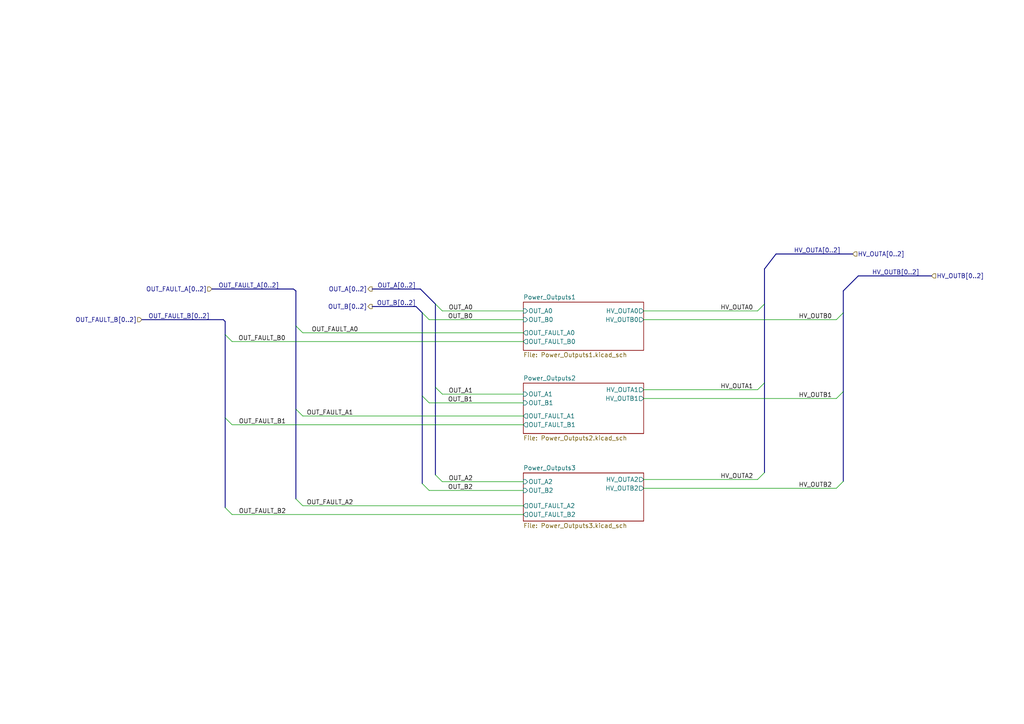
<source format=kicad_sch>
(kicad_sch
	(version 20250114)
	(generator "eeschema")
	(generator_version "9.0")
	(uuid "62d3388c-598a-4e55-a441-4f443d11be5c")
	(paper "User" 297.002 210.007)
	(title_block
		(title "Power Output Driver")
	)
	(lib_symbols)
	(bus_entry
		(at 221.71 88.17)
		(size -2 2)
		(stroke
			(width 0)
			(type default)
		)
		(uuid "010cfedf-234f-4cd9-805d-eda97f4fbaa8")
	)
	(bus_entry
		(at 85.808 94.52)
		(size 2 2)
		(stroke
			(width 0)
			(type default)
		)
		(uuid "0e62f356-9aca-4e3b-a1f0-4c266286e357")
	)
	(bus_entry
		(at 126.27 88.17)
		(size 2 2)
		(stroke
			(width 0)
			(type default)
		)
		(uuid "1602ecc5-e77b-40e5-bc02-fa89f2ddce06")
	)
	(bus_entry
		(at 221.71 137.065)
		(size -2 2)
		(stroke
			(width 0)
			(type default)
		)
		(uuid "1d4d6dc3-777c-4168-922b-0a7c19b06ec7")
	)
	(bus_entry
		(at 126.27 112.3)
		(size 2 2)
		(stroke
			(width 0)
			(type default)
		)
		(uuid "3f65c4f1-0cf0-4e97-8979-739f381a4b86")
	)
	(bus_entry
		(at 65.31 147.225)
		(size 2 2)
		(stroke
			(width 0)
			(type default)
		)
		(uuid "54e28f55-96da-4fc2-8a89-0476fabf69b2")
	)
	(bus_entry
		(at 122.46 90.71)
		(size 2 2)
		(stroke
			(width 0)
			(type default)
		)
		(uuid "5c5dc59c-adb0-4872-8e01-cb7f2e787675")
	)
	(bus_entry
		(at 122.46 114.84)
		(size 2 2)
		(stroke
			(width 0)
			(type default)
		)
		(uuid "7673c987-213c-4c32-a422-e8d587b3d953")
	)
	(bus_entry
		(at 244.57 113.57)
		(size -2 2)
		(stroke
			(width 0)
			(type default)
		)
		(uuid "78c095b9-d11b-45e9-8011-1291c63fa790")
	)
	(bus_entry
		(at 122.46 140.24)
		(size 2 2)
		(stroke
			(width 0)
			(type default)
		)
		(uuid "8891eea5-5824-4ff3-8cf6-a0222e300300")
	)
	(bus_entry
		(at 65.31 121.19)
		(size 2 2)
		(stroke
			(width 0)
			(type default)
		)
		(uuid "a4455404-97ce-4db9-8983-2bd9f306228e")
	)
	(bus_entry
		(at 221.71 111.03)
		(size -2 2)
		(stroke
			(width 0)
			(type default)
		)
		(uuid "a8a39e3c-7a4b-46f3-81ea-1704e69f440b")
	)
	(bus_entry
		(at 85.808 144.685)
		(size 2 2)
		(stroke
			(width 0)
			(type default)
		)
		(uuid "bca4078a-0419-4ff7-909a-748f1eae0661")
	)
	(bus_entry
		(at 85.808 118.65)
		(size 2 2)
		(stroke
			(width 0)
			(type default)
		)
		(uuid "be753068-09bc-422e-a083-a421c8e247a1")
	)
	(bus_entry
		(at 126.27 137.7)
		(size 2 2)
		(stroke
			(width 0)
			(type default)
		)
		(uuid "cd1bf6ff-8b33-40d5-b442-ecca132368b0")
	)
	(bus_entry
		(at 244.57 139.605)
		(size -2 2)
		(stroke
			(width 0)
			(type default)
		)
		(uuid "d85c18b6-e45b-4093-8c9e-6ed8404d51c8")
	)
	(bus_entry
		(at 65.31 97.06)
		(size 2 2)
		(stroke
			(width 0)
			(type default)
		)
		(uuid "d9f9b88e-956c-44bc-b75e-2e065da8365d")
	)
	(bus_entry
		(at 244.57 90.71)
		(size -2 2)
		(stroke
			(width 0)
			(type default)
		)
		(uuid "f273853e-e73e-4d63-9929-9826d17e4507")
	)
	(bus
		(pts
			(xy 221.71 78.01) (xy 221.71 88.17)
		)
		(stroke
			(width 0.254)
			(type default)
		)
		(uuid "0202bcad-1c61-4f8c-8a9d-99ea6e62c809")
	)
	(bus
		(pts
			(xy 122.46 114.84) (xy 122.46 90.71)
		)
		(stroke
			(width 0.254)
			(type default)
		)
		(uuid "09cde2cb-5144-4c75-b644-0ba46a203603")
	)
	(bus
		(pts
			(xy 244.57 90.71) (xy 244.57 113.57)
		)
		(stroke
			(width 0.254)
			(type default)
		)
		(uuid "0c1edbb9-4f56-4451-818e-59e738faebf1")
	)
	(wire
		(pts
			(xy 186.69 90.17) (xy 219.71 90.17)
		)
		(stroke
			(width 0)
			(type default)
		)
		(uuid "0fc3b84d-98f7-46e5-be0c-65539ec816a9")
	)
	(wire
		(pts
			(xy 87.808 120.65) (xy 151.765 120.65)
		)
		(stroke
			(width 0)
			(type default)
		)
		(uuid "185eaec4-e9b9-4026-9dc3-83070d034e87")
	)
	(wire
		(pts
			(xy 87.808 146.685) (xy 151.765 146.685)
		)
		(stroke
			(width 0)
			(type default)
		)
		(uuid "1f38a158-f760-4f94-b190-bcc1dcd97071")
	)
	(wire
		(pts
			(xy 124.46 142.24) (xy 151.765 142.24)
		)
		(stroke
			(width 0)
			(type default)
		)
		(uuid "1f52762a-b7ea-49d3-b108-59b9a8f7ed0a")
	)
	(wire
		(pts
			(xy 67.31 149.225) (xy 151.765 149.225)
		)
		(stroke
			(width 0)
			(type default)
		)
		(uuid "2301f91d-400b-4902-be39-615a192ac8cb")
	)
	(bus
		(pts
			(xy 244.57 84.36) (xy 244.57 90.71)
		)
		(stroke
			(width 0.254)
			(type default)
		)
		(uuid "263cff10-57cd-4620-a48a-b04dec264951")
	)
	(bus
		(pts
			(xy 225.054 73.66) (xy 221.71 78.01)
		)
		(stroke
			(width 0.254)
			(type default)
		)
		(uuid "2a698d8b-3992-41e6-b4a4-b5f6ca98210c")
	)
	(bus
		(pts
			(xy 121.92 83.82) (xy 107.95 83.82)
		)
		(stroke
			(width 0.254)
			(type default)
		)
		(uuid "2c62d171-c75d-4168-a28a-4274504d52ef")
	)
	(wire
		(pts
			(xy 128.27 114.3) (xy 151.765 114.3)
		)
		(stroke
			(width 0)
			(type default)
		)
		(uuid "30e2ae57-465f-460f-a197-b8a81ee1259c")
	)
	(bus
		(pts
			(xy 120.65 88.9) (xy 107.95 88.9)
		)
		(stroke
			(width 0.254)
			(type default)
		)
		(uuid "31613a75-1206-43e5-9408-ec5613436ff1")
	)
	(wire
		(pts
			(xy 151.765 92.71) (xy 124.46 92.71)
		)
		(stroke
			(width 0)
			(type default)
		)
		(uuid "3845bfe3-8615-44df-9431-83a28760db1f")
	)
	(bus
		(pts
			(xy 85.09 83.82) (xy 61.475 83.82)
		)
		(stroke
			(width 0.254)
			(type default)
		)
		(uuid "388d7b50-2b7b-438b-a041-766d29cb321f")
	)
	(wire
		(pts
			(xy 186.69 92.71) (xy 242.57 92.71)
		)
		(stroke
			(width 0)
			(type default)
		)
		(uuid "42ab874e-1317-4c04-8e60-977ed9dca757")
	)
	(bus
		(pts
			(xy 65.31 97.06) (xy 65.31 93.25)
		)
		(stroke
			(width 0.254)
			(type default)
		)
		(uuid "4dce8ce6-986b-4b36-814b-2d577e246ba5")
	)
	(bus
		(pts
			(xy 221.71 111.03) (xy 221.71 137.065)
		)
		(stroke
			(width 0.254)
			(type default)
		)
		(uuid "5b0d9270-ebca-452d-874c-cbf521b99788")
	)
	(bus
		(pts
			(xy 65.31 121.19) (xy 65.31 97.06)
		)
		(stroke
			(width 0.254)
			(type default)
		)
		(uuid "5bcc5181-e47b-4293-aae9-4d954a76c75b")
	)
	(bus
		(pts
			(xy 221.71 88.17) (xy 221.71 111.03)
		)
		(stroke
			(width 0.254)
			(type default)
		)
		(uuid "6b580490-4849-4bab-96e4-1e3f3cb761e3")
	)
	(bus
		(pts
			(xy 126.27 137.7) (xy 126.27 112.3)
		)
		(stroke
			(width 0.254)
			(type default)
		)
		(uuid "7220d388-083c-4790-86a4-de835f51a87c")
	)
	(wire
		(pts
			(xy 87.808 96.52) (xy 151.765 96.52)
		)
		(stroke
			(width 0)
			(type default)
		)
		(uuid "73b69201-86e9-45e7-b710-b719e97816ac")
	)
	(wire
		(pts
			(xy 151.765 90.17) (xy 128.27 90.17)
		)
		(stroke
			(width 0)
			(type default)
		)
		(uuid "7c5ad13d-e37b-43c0-a513-83e88d96ab01")
	)
	(bus
		(pts
			(xy 126.27 112.3) (xy 126.27 88.17)
		)
		(stroke
			(width 0.254)
			(type default)
		)
		(uuid "7fcf735f-627f-4db3-84bd-cbbfb9f7f102")
	)
	(bus
		(pts
			(xy 85.808 84.36) (xy 85.09 83.82)
		)
		(stroke
			(width 0.254)
			(type default)
		)
		(uuid "84d627b7-fb88-4b30-bad2-5e3ccc40850a")
	)
	(bus
		(pts
			(xy 65.31 93.25) (xy 64.77 92.71)
		)
		(stroke
			(width 0.254)
			(type default)
		)
		(uuid "90af7b5b-9faa-43d8-a88d-8690abc3c922")
	)
	(wire
		(pts
			(xy 186.69 139.065) (xy 219.71 139.065)
		)
		(stroke
			(width 0)
			(type default)
		)
		(uuid "93b077fd-798c-4ff6-a660-f52e6fd1f43b")
	)
	(bus
		(pts
			(xy 85.808 144.685) (xy 85.808 118.65)
		)
		(stroke
			(width 0.254)
			(type default)
		)
		(uuid "93b3d771-9950-4ef9-955d-72ee6aeee9cb")
	)
	(wire
		(pts
			(xy 186.69 113.03) (xy 219.71 113.03)
		)
		(stroke
			(width 0)
			(type default)
		)
		(uuid "9c5ea07d-f2da-43f4-ac07-34a6261e542e")
	)
	(wire
		(pts
			(xy 67.31 99.06) (xy 151.765 99.06)
		)
		(stroke
			(width 0)
			(type default)
		)
		(uuid "9d5365d6-95da-448d-891f-1d872b037ead")
	)
	(bus
		(pts
			(xy 270.139 80.01) (xy 248.92 80.01)
		)
		(stroke
			(width 0.254)
			(type default)
		)
		(uuid "9d600099-d13f-4351-ba62-17f36d9efd3a")
	)
	(bus
		(pts
			(xy 244.57 113.57) (xy 244.57 139.605)
		)
		(stroke
			(width 0.254)
			(type default)
		)
		(uuid "9d984d67-5312-411f-80c5-f0fc6037d11b")
	)
	(wire
		(pts
			(xy 186.69 115.57) (xy 242.57 115.57)
		)
		(stroke
			(width 0)
			(type default)
		)
		(uuid "a193f379-0569-4b10-ae5d-59e6f84c3981")
	)
	(bus
		(pts
			(xy 126.27 88.17) (xy 121.92 83.82)
		)
		(stroke
			(width 0.254)
			(type default)
		)
		(uuid "a735d722-b4a8-4034-9ab6-1a8b78c236a4")
	)
	(bus
		(pts
			(xy 65.31 147.225) (xy 65.31 121.19)
		)
		(stroke
			(width 0.254)
			(type default)
		)
		(uuid "a7864059-4f6d-466d-a390-46deb1b3de1b")
	)
	(bus
		(pts
			(xy 247.279 73.66) (xy 225.054 73.66)
		)
		(stroke
			(width 0.254)
			(type default)
		)
		(uuid "afd23788-a245-4bef-b61f-a4072924c11c")
	)
	(bus
		(pts
			(xy 122.46 140.24) (xy 122.46 114.84)
		)
		(stroke
			(width 0.254)
			(type default)
		)
		(uuid "b49eb080-9f2d-483f-8556-23e8e2a99f1d")
	)
	(wire
		(pts
			(xy 186.69 141.605) (xy 242.57 141.605)
		)
		(stroke
			(width 0)
			(type default)
		)
		(uuid "bce728e4-e460-4946-9545-3f09cdfe70f4")
	)
	(bus
		(pts
			(xy 122.46 90.71) (xy 120.65 88.9)
		)
		(stroke
			(width 0.254)
			(type default)
		)
		(uuid "bf8ab737-7233-4bc2-93bd-b72bfdb169b1")
	)
	(bus
		(pts
			(xy 85.808 94.52) (xy 85.808 84.36)
		)
		(stroke
			(width 0.254)
			(type default)
		)
		(uuid "c9c02de8-a096-4460-af1e-c212da0ee7a6")
	)
	(bus
		(pts
			(xy 248.92 80.01) (xy 244.57 84.36)
		)
		(stroke
			(width 0.254)
			(type default)
		)
		(uuid "cf54d70b-2b41-432d-be41-68c65f447b86")
	)
	(wire
		(pts
			(xy 67.31 123.19) (xy 151.765 123.19)
		)
		(stroke
			(width 0)
			(type default)
		)
		(uuid "d015bc81-4972-43dd-af6d-1dd2c198cc82")
	)
	(bus
		(pts
			(xy 64.77 92.71) (xy 41.155 92.71)
		)
		(stroke
			(width 0.254)
			(type default)
		)
		(uuid "f8053b22-ff38-4bec-9ca1-af961bf08e80")
	)
	(bus
		(pts
			(xy 85.808 118.65) (xy 85.808 94.52)
		)
		(stroke
			(width 0.254)
			(type default)
		)
		(uuid "f879a086-4156-4004-bfdf-b5354ed63f57")
	)
	(wire
		(pts
			(xy 124.46 116.84) (xy 151.765 116.84)
		)
		(stroke
			(width 0)
			(type default)
		)
		(uuid "fabb871c-34f3-4fba-91dc-d630da1993e6")
	)
	(wire
		(pts
			(xy 128.27 139.7) (xy 151.765 139.7)
		)
		(stroke
			(width 0)
			(type default)
		)
		(uuid "fd79e65c-5f3a-4c6a-ae7a-6b15c76a35a5")
	)
	(label "OUT_A0"
		(at 137.16 90.17 180)
		(effects
			(font
				(size 1.27 1.27)
			)
			(justify right bottom)
		)
		(uuid "02f7d6f6-6fe8-4989-b029-de45694fe5c9")
	)
	(label "OUT_A[0..2]"
		(at 120.65 83.82 180)
		(effects
			(font
				(size 1.27 1.27)
			)
			(justify right bottom)
		)
		(uuid "0bbb6204-1f98-4a5d-8741-dca526b4330a")
	)
	(label "HV_OUTA2"
		(at 218.44 139.065 180)
		(effects
			(font
				(size 1.27 1.27)
			)
			(justify right bottom)
		)
		(uuid "0ea8da08-5281-4ee5-998b-b0e55c645edf")
	)
	(label "HV_OUTB0"
		(at 241.3 92.71 180)
		(effects
			(font
				(size 1.27 1.27)
			)
			(justify right bottom)
		)
		(uuid "1c2c467d-355c-4428-9fc4-7cbff57e7be6")
	)
	(label "OUT_FAULT_A0"
		(at 90.348 96.52 0)
		(effects
			(font
				(size 1.27 1.27)
			)
			(justify left bottom)
		)
		(uuid "20982bcc-0471-4082-a227-e9b74d0386c1")
	)
	(label "HV_OUTA0"
		(at 218.44 90.17 180)
		(effects
			(font
				(size 1.27 1.27)
			)
			(justify right bottom)
		)
		(uuid "20b4c138-e12c-4784-be5c-0f4dcf26ad45")
	)
	(label "OUT_A1"
		(at 137.16 114.3 180)
		(effects
			(font
				(size 1.27 1.27)
			)
			(justify right bottom)
		)
		(uuid "306667c5-2e94-4c9c-8f30-83854f5ea049")
	)
	(label "OUT_FAULT_A[0..2]"
		(at 63.322 83.82 0)
		(effects
			(font
				(size 1.27 1.27)
			)
			(justify left bottom)
		)
		(uuid "308bac7b-e611-4091-b07f-510ef751c06e")
	)
	(label "OUT_FAULT_B1"
		(at 69.215 123.19 0)
		(effects
			(font
				(size 1.27 1.27)
			)
			(justify left bottom)
		)
		(uuid "4397721b-7ab9-4874-8992-7c068546eb0d")
	)
	(label "HV_OUTB[0..2]"
		(at 266.7 80.01 180)
		(effects
			(font
				(size 1.27 1.27)
			)
			(justify right bottom)
		)
		(uuid "5320f8c9-b3d9-477e-8465-7e083d411282")
	)
	(label "OUT_FAULT_A1"
		(at 88.9 120.65 0)
		(effects
			(font
				(size 1.27 1.27)
			)
			(justify left bottom)
		)
		(uuid "5eac333c-aca1-40be-81b2-8b1535e36a5a")
	)
	(label "HV_OUTB2"
		(at 241.3 141.605 180)
		(effects
			(font
				(size 1.27 1.27)
			)
			(justify right bottom)
		)
		(uuid "6a3ce47f-b75a-4e40-aae5-94f168659a53")
	)
	(label "HV_OUTA1"
		(at 218.44 113.03 180)
		(effects
			(font
				(size 1.27 1.27)
			)
			(justify right bottom)
		)
		(uuid "71eac804-0f49-441d-801e-b703733e1ed0")
	)
	(label "OUT_A2"
		(at 137.16 139.7 180)
		(effects
			(font
				(size 1.27 1.27)
			)
			(justify right bottom)
		)
		(uuid "7839df79-d1f7-4e3a-90d3-9bc10d407383")
	)
	(label "OUT_B1"
		(at 137.16 116.84 180)
		(effects
			(font
				(size 1.27 1.27)
			)
			(justify right bottom)
		)
		(uuid "8b3e9a99-2932-4534-953c-5aa0365e7e81")
	)
	(label "OUT_B2"
		(at 137.16 142.24 180)
		(effects
			(font
				(size 1.27 1.27)
			)
			(justify right bottom)
		)
		(uuid "96522abb-1d4b-4a6d-a305-24e050b33822")
	)
	(label "OUT_B[0..2]"
		(at 120.65 88.9 180)
		(effects
			(font
				(size 1.27 1.27)
			)
			(justify right bottom)
		)
		(uuid "afbbfa80-a95f-49ee-be94-ec1663bfc3f7")
	)
	(label "OUT_FAULT_B[0..2]"
		(at 43.002 92.71 0)
		(effects
			(font
				(size 1.27 1.27)
			)
			(justify left bottom)
		)
		(uuid "bb7a39ca-967e-4e71-882d-f88ecac65f4d")
	)
	(label "OUT_FAULT_B2"
		(at 69.215 149.225 0)
		(effects
			(font
				(size 1.27 1.27)
			)
			(justify left bottom)
		)
		(uuid "c144c997-96f1-4e89-afce-3d36866027c5")
	)
	(label "OUT_FAULT_A2"
		(at 88.9 146.685 0)
		(effects
			(font
				(size 1.27 1.27)
			)
			(justify left bottom)
		)
		(uuid "c2a78f52-a544-4b4b-82c9-8297af7ecc36")
	)
	(label "OUT_FAULT_B0"
		(at 69.095 99.06 0)
		(effects
			(font
				(size 1.27 1.27)
			)
			(justify left bottom)
		)
		(uuid "c383bcd5-e3cb-4aed-bb9b-d88296dbeb9a")
	)
	(label "HV_OUTA[0..2]"
		(at 243.84 73.66 180)
		(effects
			(font
				(size 1.27 1.27)
			)
			(justify right bottom)
		)
		(uuid "cfd5b145-50ec-4c33-9bc4-c0b01a915db1")
	)
	(label "OUT_B0"
		(at 137.16 92.71 180)
		(effects
			(font
				(size 1.27 1.27)
			)
			(justify right bottom)
		)
		(uuid "f4a7b302-916f-42be-bb6c-ba0b3a8f1d5d")
	)
	(label "HV_OUTB1"
		(at 241.3 115.57 180)
		(effects
			(font
				(size 1.27 1.27)
			)
			(justify right bottom)
		)
		(uuid "fe396e9a-d299-479c-b267-ecde2d485a39")
	)
	(hierarchical_label "OUT_FAULT_B[0..2]"
		(shape input)
		(at 41.155 92.71 180)
		(effects
			(font
				(size 1.27 1.27)
			)
			(justify right)
		)
		(uuid "30f8fc43-6d2d-4b71-9eac-22db67deda59")
	)
	(hierarchical_label "HV_OUTB[0..2]"
		(shape input)
		(at 270.139 80.01 0)
		(effects
			(font
				(size 1.27 1.27)
			)
			(justify left)
		)
		(uuid "4169c6a6-b711-4346-a37c-c8053896c2de")
	)
	(hierarchical_label "HV_OUTA[0..2]"
		(shape input)
		(at 247.279 73.66 0)
		(effects
			(font
				(size 1.27 1.27)
			)
			(justify left)
		)
		(uuid "847fae4e-96f5-4358-b9eb-1a799c6a1316")
	)
	(hierarchical_label "OUT_B[0..2]"
		(shape output)
		(at 107.95 88.9 180)
		(effects
			(font
				(size 1.27 1.27)
			)
			(justify right)
		)
		(uuid "8b7b79c3-6f97-485d-95ef-5947d7c2ff59")
	)
	(hierarchical_label "OUT_FAULT_A[0..2]"
		(shape input)
		(at 61.475 83.82 180)
		(effects
			(font
				(size 1.27 1.27)
			)
			(justify right)
		)
		(uuid "8f0b27b1-d34a-4b6e-8126-e6c6ea862309")
	)
	(hierarchical_label "OUT_A[0..2]"
		(shape output)
		(at 107.95 83.82 180)
		(effects
			(font
				(size 1.27 1.27)
			)
			(justify right)
		)
		(uuid "da8796e4-3422-409f-9bbe-f56b8000fb37")
	)
	(sheet
		(at 151.765 137.16)
		(size 34.925 13.97)
		(exclude_from_sim no)
		(in_bom yes)
		(on_board yes)
		(dnp no)
		(fields_autoplaced yes)
		(stroke
			(width 0.1524)
			(type solid)
		)
		(fill
			(color 0 0 0 0.0000)
		)
		(uuid "3fe3c5cc-f8e8-4b3f-836d-e95705c82244")
		(property "Sheetname" "Power_Outputs3"
			(at 151.765 136.4484 0)
			(effects
				(font
					(size 1.27 1.27)
				)
				(justify left bottom)
			)
		)
		(property "Sheetfile" "Power_Outputs3.kicad_sch"
			(at 151.765 151.7146 0)
			(effects
				(font
					(size 1.27 1.27)
				)
				(justify left top)
			)
		)
		(pin "OUT_FAULT_B2" output
			(at 151.765 149.225 180)
			(uuid "7f32273c-10fc-4111-8b84-aba3fcd42883")
			(effects
				(font
					(size 1.27 1.27)
				)
				(justify left)
			)
		)
		(pin "HV_OUTA2" output
			(at 186.69 139.065 0)
			(uuid "6f0ccc7a-4064-4ee1-a36d-1cfc137c8e8f")
			(effects
				(font
					(size 1.27 1.27)
				)
				(justify right)
			)
		)
		(pin "HV_OUTB2" output
			(at 186.69 141.605 0)
			(uuid "c04cbd63-2bcf-47fe-b3f4-4409f2743d22")
			(effects
				(font
					(size 1.27 1.27)
				)
				(justify right)
			)
		)
		(pin "OUT_A2" input
			(at 151.765 139.7 180)
			(uuid "ad17fd48-c44b-448e-9091-663e4e4461d0")
			(effects
				(font
					(size 1.27 1.27)
				)
				(justify left)
			)
		)
		(pin "OUT_B2" input
			(at 151.765 142.24 180)
			(uuid "23306bdc-ef0e-4b65-a1e2-82c8290fb0ce")
			(effects
				(font
					(size 1.27 1.27)
				)
				(justify left)
			)
		)
		(pin "OUT_FAULT_A2" output
			(at 151.765 146.685 180)
			(uuid "9291c611-0f5c-498d-983d-2773cc192391")
			(effects
				(font
					(size 1.27 1.27)
				)
				(justify left)
			)
		)
		(instances
			(project "ARDEP2_PowerIO-Shield"
				(path "/4c0fe098-6632-46ad-81a7-18be79ce9b94/4c7237e4-d878-4e31-9dbe-b6cfb0e97b0d"
					(page "9")
				)
			)
		)
	)
	(sheet
		(at 151.765 111.125)
		(size 34.925 14.605)
		(exclude_from_sim no)
		(in_bom yes)
		(on_board yes)
		(dnp no)
		(fields_autoplaced yes)
		(stroke
			(width 0.1524)
			(type solid)
		)
		(fill
			(color 0 0 0 0.0000)
		)
		(uuid "8f25efb1-d953-4927-bb05-6e5ae2c7fbd7")
		(property "Sheetname" "Power_Outputs2"
			(at 151.765 110.4134 0)
			(effects
				(font
					(size 1.27 1.27)
				)
				(justify left bottom)
			)
		)
		(property "Sheetfile" "Power_Outputs2.kicad_sch"
			(at 151.765 126.3146 0)
			(effects
				(font
					(size 1.27 1.27)
				)
				(justify left top)
			)
		)
		(pin "OUT_FAULT_A1" output
			(at 151.765 120.65 180)
			(uuid "e9ca0a30-8162-4797-a5e2-df5a53d8f213")
			(effects
				(font
					(size 1.27 1.27)
				)
				(justify left)
			)
		)
		(pin "HV_OUTA1" output
			(at 186.69 113.03 0)
			(uuid "7f4391b1-d662-4bc6-99e4-57d392767256")
			(effects
				(font
					(size 1.27 1.27)
				)
				(justify right)
			)
		)
		(pin "HV_OUTB1" output
			(at 186.69 115.57 0)
			(uuid "891deb21-d6c0-418d-94af-c594d6505570")
			(effects
				(font
					(size 1.27 1.27)
				)
				(justify right)
			)
		)
		(pin "OUT_A1" input
			(at 151.765 114.3 180)
			(uuid "2ec1243f-db12-4a94-80d6-7ac3c0e34a9a")
			(effects
				(font
					(size 1.27 1.27)
				)
				(justify left)
			)
		)
		(pin "OUT_B1" input
			(at 151.765 116.84 180)
			(uuid "717d2072-afc1-4f76-82b9-3a915be5b503")
			(effects
				(font
					(size 1.27 1.27)
				)
				(justify left)
			)
		)
		(pin "OUT_FAULT_B1" output
			(at 151.765 123.19 180)
			(uuid "2919e145-9ab9-4188-9e0c-7dccf702fc8e")
			(effects
				(font
					(size 1.27 1.27)
				)
				(justify left)
			)
		)
		(instances
			(project "ARDEP2_PowerIO-Shield"
				(path "/4c0fe098-6632-46ad-81a7-18be79ce9b94/4c7237e4-d878-4e31-9dbe-b6cfb0e97b0d"
					(page "8")
				)
			)
		)
	)
	(sheet
		(at 151.765 87.63)
		(size 34.925 13.97)
		(exclude_from_sim no)
		(in_bom yes)
		(on_board yes)
		(dnp no)
		(fields_autoplaced yes)
		(stroke
			(width 0.1524)
			(type solid)
		)
		(fill
			(color 0 0 0 0.0000)
		)
		(uuid "d8d0e97f-4bbc-4a21-a2f1-59a131ccb71b")
		(property "Sheetname" "Power_Outputs1"
			(at 151.765 86.9184 0)
			(effects
				(font
					(size 1.27 1.27)
				)
				(justify left bottom)
			)
		)
		(property "Sheetfile" "Power_Outputs1.kicad_sch"
			(at 151.765 102.1846 0)
			(effects
				(font
					(size 1.27 1.27)
				)
				(justify left top)
			)
		)
		(pin "OUT_FAULT_A0" output
			(at 151.765 96.52 180)
			(uuid "7f8a0c69-a5ea-4a6f-9b93-fea0c04eced4")
			(effects
				(font
					(size 1.27 1.27)
				)
				(justify left)
			)
		)
		(pin "OUT_FAULT_B0" output
			(at 151.765 99.06 180)
			(uuid "b43eaf11-a93a-4354-ad3e-6e0dbc5ca9ef")
			(effects
				(font
					(size 1.27 1.27)
				)
				(justify left)
			)
		)
		(pin "HV_OUTA0" output
			(at 186.69 90.17 0)
			(uuid "c1e2bf19-9f37-49bf-8caf-57d241e5eb1d")
			(effects
				(font
					(size 1.27 1.27)
				)
				(justify right)
			)
		)
		(pin "HV_OUTB0" output
			(at 186.69 92.71 0)
			(uuid "087e8143-c9ae-4fda-9415-387ce3ad585f")
			(effects
				(font
					(size 1.27 1.27)
				)
				(justify right)
			)
		)
		(pin "OUT_A0" input
			(at 151.765 90.17 180)
			(uuid "6f4928c0-3b4c-4a55-aa73-20fec5919f1e")
			(effects
				(font
					(size 1.27 1.27)
				)
				(justify left)
			)
		)
		(pin "OUT_B0" input
			(at 151.765 92.71 180)
			(uuid "b24c709f-8829-4254-98f7-0cfca137cd0d")
			(effects
				(font
					(size 1.27 1.27)
				)
				(justify left)
			)
		)
		(instances
			(project "ARDEP2_PowerIO-Shield"
				(path "/4c0fe098-6632-46ad-81a7-18be79ce9b94/4c7237e4-d878-4e31-9dbe-b6cfb0e97b0d"
					(page "7")
				)
			)
		)
	)
)

</source>
